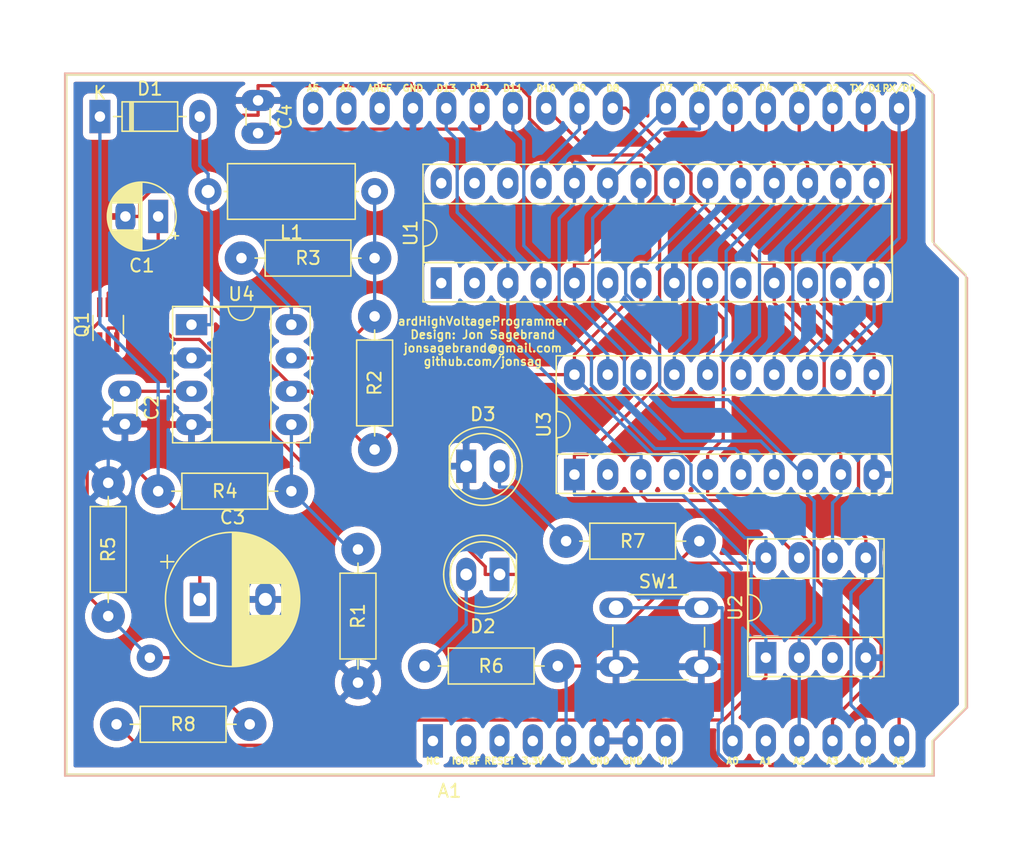
<source format=kicad_pcb>
(kicad_pcb (version 20171130) (host pcbnew 5.1.10-88a1d61d58~90~ubuntu20.04.1)
  (layers (0 F.Cu signal) (31 B.Cu signal) (34 B.Paste user) (35 F.Paste user) (36 B.SilkS user) (37 F.SilkS user) (38 B.Mask user) (39 F.Mask user) (44 Edge.Cuts user))
  (net 0 "")
  (net 1 DATA1)
  (net 2 DATA0)
  (net 3 "Net-(A1-Pad30)")
  (net 4 PAGEL)
  (net 5 XA1)
  (net 6 RDY)
  (net 7 XTAL1)
  (net 8 VCC)
  (net 9 BS1)
  (net 10 ~OE~)
  (net 11 ~GO~)
  (net 12 ~WR~)
  (net 13 12V_EN)
  (net 14 BS2)
  (net 15 "Net-(A1-Pad8)")
  (net 16 XA0)
  (net 17 GND)
  (net 18 DATA7)
  (net 19 DATA6)
  (net 20 DATA5)
  (net 21 "Net-(A1-Pad4)")
  (net 22 DATA4)
  (net 23 "Net-(A1-Pad3)")
  (net 24 DATA3)
  (net 25 "Net-(A1-Pad2)")
  (net 26 DATA2)
  (net 27 "Net-(A1-Pad1)")
  (net 28 "Net-(A1-Pad31)")
  (net 29 "Net-(A1-Pad32)")
  (net 30 +5V)
  (net 31 "Net-(C2-Pad1)")
  (net 32 +12V)
  (net 33 "Net-(D1-Pad2)")
  (net 34 "Net-(D2-Pad2)")
  (net 35 "Net-(D3-Pad2)")
  (net 36 "Net-(L1-Pad1)")
  (net 37 12V_SW)
  (net 38 "Net-(Q1-Pad2)")
  (net 39 "Net-(R1-Pad1)")
  (net 40 "Net-(R3-Pad2)")
  (net 41 ~RESET~)
  (net 42 "Net-(U1-Pad28)")
  (net 43 "Net-(U1-Pad27)")
  (net 44 "Net-(U1-Pad26)")
  (net 45 "Net-(U1-Pad10)")
  (net 46 "Net-(U1-Pad2)")
  (net 47 "Net-(U1-Pad1)")
  (net 48 "Net-(U2-Pad3)")
  (net 49 "Net-(U3-Pad4)")
  (net 50 "Net-(U3-Pad2)")
  (module My_Misc:C_Disc_D3.0mm_W1.6mm_P2.50mm_larg (layer F.Cu) (at 109.855 86.995 270)
    (fp_text reference C2 (at 1.25 -2.05 90) (layer F.SilkS))
    (fp_text value 270p)
    (pad 2 thru_hole oval (at 2.5 0 270) (size 1.6 2.54) (drill 0.8) (layers *.Cu *.Mask) (net 17 GND))
    (pad 1 thru_hole oval (at 0 0 270) (size 1.6 2.54) (drill 0.8) (layers *.Cu *.Mask) (net 31 "Net-(C2-Pad1)"))
  )
  (module My_Misc:C_Disc_D3.0mm_W1.6mm_P2.50mm_larg (layer F.Cu) (at 120.015 64.81 270)
    (fp_text reference C4 (at 1.25 -2.05 90) (layer F.SilkS))
    (fp_text value 100n)
    (pad 2 thru_hole oval (at 2.5 0 270) (size 1.6 2.54) (drill 0.8) (layers *.Cu *.Mask) (net 8 VCC))
    (pad 1 thru_hole oval (at 0 0 270) (size 1.6 2.54) (drill 0.8) (layers *.Cu *.Mask) (net 17 GND))
  )
  (module My_Misc:SW_PUSH_6mm_large (layer F.Cu) (at 147.32 103.505)
    (fp_text reference SW1 (at 3.25 -2) (layer F.SilkS))
    (fp_text value SW_Push)
    (pad 1 thru_hole oval (at 6.5 0 90) (size 1.524 2.54) (drill 1.1) (layers *.Cu *.Mask) (net 11 ~GO~))
    (pad 2 thru_hole oval (at 6.5 4.5 90) (size 1.524 2.54) (drill 1.1) (layers *.Cu *.Mask) (net 17 GND))
    (pad 1 thru_hole oval (at 0 0 90) (size 1.524 2.54) (drill 1.1) (layers *.Cu *.Mask) (net 11 ~GO~))
    (pad 2 thru_hole oval (at 0 4.5 90) (size 1.524 2.54) (drill 1.1) (layers *.Cu *.Mask) (net 17 GND))
  )
  (module Package_DIP:DIP-8_W7.62mm_Socket_LongPads (layer F.Cu) (at 114.935 81.915)
    (fp_text reference U4 (at 3.81 -2.33) (layer F.SilkS))
    (fp_text value MC34063AP)
    (pad 8 thru_hole oval (at 7.62 0) (size 2.4 1.6) (drill 0.8) (layers *.Cu *.Mask) (net 40 "Net-(R3-Pad2)"))
    (pad 4 thru_hole oval (at 0 7.62) (size 2.4 1.6) (drill 0.8) (layers *.Cu *.Mask) (net 17 GND))
    (pad 7 thru_hole oval (at 7.62 2.54) (size 2.4 1.6) (drill 0.8) (layers *.Cu *.Mask) (net 36 "Net-(L1-Pad1)"))
    (pad 3 thru_hole oval (at 0 5.08) (size 2.4 1.6) (drill 0.8) (layers *.Cu *.Mask) (net 31 "Net-(C2-Pad1)"))
    (pad 6 thru_hole oval (at 7.62 5.08) (size 2.4 1.6) (drill 0.8) (layers *.Cu *.Mask) (net 30 +5V))
    (pad 2 thru_hole oval (at 0 2.54) (size 2.4 1.6) (drill 0.8) (layers *.Cu *.Mask) (net 17 GND))
    (pad 5 thru_hole oval (at 7.62 7.62) (size 2.4 1.6) (drill 0.8) (layers *.Cu *.Mask) (net 39 "Net-(R1-Pad1)"))
    (pad 1 thru_hole rect (at 0 0) (size 2.4 1.6) (drill 0.8) (layers *.Cu *.Mask) (net 33 "Net-(D1-Pad2)"))
  )
  (module Package_DIP:DIP-20_W7.62mm_Socket_LongPads (layer F.Cu) (at 144.145 93.345 90)
    (fp_text reference U3 (at 3.81 -2.33 90) (layer F.SilkS))
    (fp_text value ATtiny2313-20PU)
    (pad 20 thru_hole oval (at 7.62 0 90) (size 2.4 1.6) (drill 0.8) (layers *.Cu *.Mask) (net 30 +5V))
    (pad 10 thru_hole oval (at 0 22.86 90) (size 2.4 1.6) (drill 0.8) (layers *.Cu *.Mask) (net 17 GND))
    (pad 19 thru_hole oval (at 7.62 2.54 90) (size 2.4 1.6) (drill 0.8) (layers *.Cu *.Mask) (net 18 DATA7))
    (pad 9 thru_hole oval (at 0 20.32 90) (size 2.4 1.6) (drill 0.8) (layers *.Cu *.Mask) (net 16 XA0))
    (pad 18 thru_hole oval (at 7.62 5.08 90) (size 2.4 1.6) (drill 0.8) (layers *.Cu *.Mask) (net 19 DATA6))
    (pad 8 thru_hole oval (at 0 17.78 90) (size 2.4 1.6) (drill 0.8) (layers *.Cu *.Mask) (net 9 BS1))
    (pad 17 thru_hole oval (at 7.62 7.62 90) (size 2.4 1.6) (drill 0.8) (layers *.Cu *.Mask) (net 20 DATA5))
    (pad 7 thru_hole oval (at 0 15.24 90) (size 2.4 1.6) (drill 0.8) (layers *.Cu *.Mask) (net 12 ~WR~))
    (pad 16 thru_hole oval (at 7.62 10.16 90) (size 2.4 1.6) (drill 0.8) (layers *.Cu *.Mask) (net 22 DATA4))
    (pad 6 thru_hole oval (at 0 12.7 90) (size 2.4 1.6) (drill 0.8) (layers *.Cu *.Mask) (net 10 ~OE~))
    (pad 15 thru_hole oval (at 7.62 12.7 90) (size 2.4 1.6) (drill 0.8) (layers *.Cu *.Mask) (net 24 DATA3))
    (pad 5 thru_hole oval (at 0 10.16 90) (size 2.4 1.6) (drill 0.8) (layers *.Cu *.Mask) (net 7 XTAL1))
    (pad 14 thru_hole oval (at 7.62 15.24 90) (size 2.4 1.6) (drill 0.8) (layers *.Cu *.Mask) (net 26 DATA2))
    (pad 4 thru_hole oval (at 0 7.62 90) (size 2.4 1.6) (drill 0.8) (layers *.Cu *.Mask) (net 49 "Net-(U3-Pad4)"))
    (pad 13 thru_hole oval (at 7.62 17.78 90) (size 2.4 1.6) (drill 0.8) (layers *.Cu *.Mask) (net 1 DATA1))
    (pad 3 thru_hole oval (at 0 5.08 90) (size 2.4 1.6) (drill 0.8) (layers *.Cu *.Mask) (net 6 RDY))
    (pad 12 thru_hole oval (at 7.62 20.32 90) (size 2.4 1.6) (drill 0.8) (layers *.Cu *.Mask) (net 2 DATA0))
    (pad 2 thru_hole oval (at 0 2.54 90) (size 2.4 1.6) (drill 0.8) (layers *.Cu *.Mask) (net 50 "Net-(U3-Pad2)"))
    (pad 11 thru_hole oval (at 7.62 22.86 90) (size 2.4 1.6) (drill 0.8) (layers *.Cu *.Mask) (net 5 XA1))
    (pad 1 thru_hole rect (at 0 0 90) (size 2.4 1.6) (drill 0.8) (layers *.Cu *.Mask) (net 41 ~RESET~))
  )
  (module Package_DIP:DIP-8_W7.62mm_Socket_LongPads (layer F.Cu) (at 158.75 107.315 90)
    (fp_text reference U2 (at 3.81 -2.33 90) (layer F.SilkS))
    (fp_text value ATtiny85-20PU)
    (pad 8 thru_hole oval (at 7.62 0 90) (size 2.4 1.6) (drill 0.8) (layers *.Cu *.Mask) (net 30 +5V))
    (pad 4 thru_hole oval (at 0 7.62 90) (size 2.4 1.6) (drill 0.8) (layers *.Cu *.Mask) (net 17 GND))
    (pad 7 thru_hole oval (at 7.62 2.54 90) (size 2.4 1.6) (drill 0.8) (layers *.Cu *.Mask) (net 6 RDY))
    (pad 3 thru_hole oval (at 0 5.08 90) (size 2.4 1.6) (drill 0.8) (layers *.Cu *.Mask) (net 48 "Net-(U2-Pad3)"))
    (pad 6 thru_hole oval (at 7.62 5.08 90) (size 2.4 1.6) (drill 0.8) (layers *.Cu *.Mask) (net 16 XA0))
    (pad 2 thru_hole oval (at 0 2.54 90) (size 2.4 1.6) (drill 0.8) (layers *.Cu *.Mask) (net 9 BS1))
    (pad 5 thru_hole oval (at 7.62 7.62 90) (size 2.4 1.6) (drill 0.8) (layers *.Cu *.Mask) (net 5 XA1))
    (pad 1 thru_hole rect (at 0 0 90) (size 2.4 1.6) (drill 0.8) (layers *.Cu *.Mask) (net 41 ~RESET~))
  )
  (module Package_DIP:DIP-28_W7.62mm_Socket_LongPads (layer F.Cu) (at 133.985 78.74 90)
    (fp_text reference U1 (at 3.81 -2.33 90) (layer F.SilkS))
    (fp_text value ATmega328P-PU)
    (pad 28 thru_hole oval (at 7.62 0 90) (size 2.4 1.6) (drill 0.8) (layers *.Cu *.Mask) (net 42 "Net-(U1-Pad28)"))
    (pad 14 thru_hole oval (at 0 33.02 90) (size 2.4 1.6) (drill 0.8) (layers *.Cu *.Mask) (net 2 DATA0))
    (pad 27 thru_hole oval (at 7.62 2.54 90) (size 2.4 1.6) (drill 0.8) (layers *.Cu *.Mask) (net 43 "Net-(U1-Pad27)"))
    (pad 13 thru_hole oval (at 0 30.48 90) (size 2.4 1.6) (drill 0.8) (layers *.Cu *.Mask) (net 4 PAGEL))
    (pad 26 thru_hole oval (at 7.62 5.08 90) (size 2.4 1.6) (drill 0.8) (layers *.Cu *.Mask) (net 44 "Net-(U1-Pad26)"))
    (pad 12 thru_hole oval (at 0 27.94 90) (size 2.4 1.6) (drill 0.8) (layers *.Cu *.Mask) (net 5 XA1))
    (pad 25 thru_hole oval (at 7.62 7.62 90) (size 2.4 1.6) (drill 0.8) (layers *.Cu *.Mask) (net 14 BS2))
    (pad 11 thru_hole oval (at 0 25.4 90) (size 2.4 1.6) (drill 0.8) (layers *.Cu *.Mask) (net 16 XA0))
    (pad 24 thru_hole oval (at 7.62 10.16 90) (size 2.4 1.6) (drill 0.8) (layers *.Cu *.Mask) (net 18 DATA7))
    (pad 10 thru_hole oval (at 0 22.86 90) (size 2.4 1.6) (drill 0.8) (layers *.Cu *.Mask) (net 45 "Net-(U1-Pad10)"))
    (pad 23 thru_hole oval (at 7.62 12.7 90) (size 2.4 1.6) (drill 0.8) (layers *.Cu *.Mask) (net 19 DATA6))
    (pad 9 thru_hole oval (at 0 20.32 90) (size 2.4 1.6) (drill 0.8) (layers *.Cu *.Mask) (net 7 XTAL1))
    (pad 22 thru_hole oval (at 7.62 15.24 90) (size 2.4 1.6) (drill 0.8) (layers *.Cu *.Mask) (net 17 GND))
    (pad 8 thru_hole oval (at 0 17.78 90) (size 2.4 1.6) (drill 0.8) (layers *.Cu *.Mask) (net 17 GND))
    (pad 21 thru_hole oval (at 7.62 17.78 90) (size 2.4 1.6) (drill 0.8) (layers *.Cu *.Mask) (net 41 ~RESET~))
    (pad 7 thru_hole oval (at 0 15.24 90) (size 2.4 1.6) (drill 0.8) (layers *.Cu *.Mask) (net 30 +5V))
    (pad 20 thru_hole oval (at 7.62 20.32 90) (size 2.4 1.6) (drill 0.8) (layers *.Cu *.Mask) (net 30 +5V))
    (pad 6 thru_hole oval (at 0 12.7 90) (size 2.4 1.6) (drill 0.8) (layers *.Cu *.Mask) (net 9 BS1))
    (pad 19 thru_hole oval (at 7.62 22.86 90) (size 2.4 1.6) (drill 0.8) (layers *.Cu *.Mask) (net 20 DATA5))
    (pad 5 thru_hole oval (at 0 10.16 90) (size 2.4 1.6) (drill 0.8) (layers *.Cu *.Mask) (net 12 ~WR~))
    (pad 18 thru_hole oval (at 7.62 25.4 90) (size 2.4 1.6) (drill 0.8) (layers *.Cu *.Mask) (net 22 DATA4))
    (pad 4 thru_hole oval (at 0 7.62 90) (size 2.4 1.6) (drill 0.8) (layers *.Cu *.Mask) (net 10 ~OE~))
    (pad 17 thru_hole oval (at 7.62 27.94 90) (size 2.4 1.6) (drill 0.8) (layers *.Cu *.Mask) (net 24 DATA3))
    (pad 3 thru_hole oval (at 0 5.08 90) (size 2.4 1.6) (drill 0.8) (layers *.Cu *.Mask) (net 6 RDY))
    (pad 16 thru_hole oval (at 7.62 30.48 90) (size 2.4 1.6) (drill 0.8) (layers *.Cu *.Mask) (net 26 DATA2))
    (pad 2 thru_hole oval (at 0 2.54 90) (size 2.4 1.6) (drill 0.8) (layers *.Cu *.Mask) (net 46 "Net-(U1-Pad2)"))
    (pad 15 thru_hole oval (at 7.62 33.02 90) (size 2.4 1.6) (drill 0.8) (layers *.Cu *.Mask) (net 1 DATA1))
    (pad 1 thru_hole rect (at 0 0 90) (size 2.4 1.6) (drill 0.8) (layers *.Cu *.Mask) (net 47 "Net-(U1-Pad1)"))
  )
  (module My_Misc:Single_solder_pad (layer F.Cu) (at 111.76 107.315)
    (fp_text reference TP1 hide)
    (fp_text value TestPoint hide)
    (pad 1 thru_hole circle (at 0 0) (size 1.99898 1.99898) (drill 0.8001) (layers *.Cu *.Mask) (net 37 12V_SW))
  )
  (module My_Misc:R_Axial_DIN0207_L6.3mm_D2.5mm_P10.16mm_Horizontal_larger_pads (layer F.Cu) (at 109.22 112.395)
    (fp_text reference R8 (at 5.08 0) (layer F.SilkS))
    (fp_text value 100R hide)
    (pad 2 thru_hole circle (at 10.16 0) (size 2.54 2.54) (drill 0.8) (layers *.Cu *.Mask) (net 37 12V_SW))
    (pad 1 thru_hole circle (at 0 0) (size 2.54 2.54) (drill 0.8) (layers *.Cu *.Mask) (net 41 ~RESET~))
  )
  (module My_Misc:R_Axial_DIN0207_L6.3mm_D2.5mm_P10.16mm_Horizontal_larger_pads (layer F.Cu) (at 153.67 98.425 180)
    (fp_text reference R7 (at 5.08 0) (layer F.SilkS))
    (fp_text value 330R hide)
    (pad 2 thru_hole circle (at 10.16 0 180) (size 2.54 2.54) (drill 0.8) (layers *.Cu *.Mask) (net 35 "Net-(D3-Pad2)"))
    (pad 1 thru_hole circle (at 0 0 180) (size 2.54 2.54) (drill 0.8) (layers *.Cu *.Mask) (net 13 12V_EN))
  )
  (module My_Misc:R_Axial_DIN0207_L6.3mm_D2.5mm_P10.16mm_Horizontal_larger_pads (layer F.Cu) (at 142.875 107.95 180)
    (fp_text reference R6 (at 5.08 0) (layer F.SilkS))
    (fp_text value 330R hide)
    (pad 2 thru_hole circle (at 10.16 0 180) (size 2.54 2.54) (drill 0.8) (layers *.Cu *.Mask) (net 34 "Net-(D2-Pad2)"))
    (pad 1 thru_hole circle (at 0 0 180) (size 2.54 2.54) (drill 0.8) (layers *.Cu *.Mask) (net 30 +5V))
  )
  (module My_Misc:R_Axial_DIN0207_L6.3mm_D2.5mm_P10.16mm_Horizontal_larger_pads (layer F.Cu) (at 108.585 104.14 90)
    (fp_text reference R5 (at 5.08 0 90) (layer F.SilkS))
    (fp_text value 1k hide)
    (pad 2 thru_hole circle (at 10.16 0 90) (size 2.54 2.54) (drill 0.8) (layers *.Cu *.Mask) (net 17 GND))
    (pad 1 thru_hole circle (at 0 0 90) (size 2.54 2.54) (drill 0.8) (layers *.Cu *.Mask) (net 37 12V_SW))
  )
  (module My_Misc:R_Axial_DIN0207_L6.3mm_D2.5mm_P10.16mm_Horizontal_larger_pads (layer F.Cu) (at 112.395 94.615)
    (fp_text reference R4 (at 5.08 0) (layer F.SilkS))
    (fp_text value 13k hide)
    (pad 2 thru_hole circle (at 10.16 0) (size 2.54 2.54) (drill 0.8) (layers *.Cu *.Mask) (net 39 "Net-(R1-Pad1)"))
    (pad 1 thru_hole circle (at 0 0) (size 2.54 2.54) (drill 0.8) (layers *.Cu *.Mask) (net 32 +12V))
  )
  (module My_Misc:R_Axial_DIN0207_L6.3mm_D2.5mm_P10.16mm_Horizontal_larger_pads (layer F.Cu) (at 128.905 76.835 180)
    (fp_text reference R3 (at 5.08 0) (layer F.SilkS))
    (fp_text value 180R hide)
    (pad 2 thru_hole circle (at 10.16 0 180) (size 2.54 2.54) (drill 0.8) (layers *.Cu *.Mask) (net 40 "Net-(R3-Pad2)"))
    (pad 1 thru_hole circle (at 0 0 180) (size 2.54 2.54) (drill 0.8) (layers *.Cu *.Mask) (net 36 "Net-(L1-Pad1)"))
  )
  (module My_Misc:R_Axial_DIN0207_L6.3mm_D2.5mm_P10.16mm_Horizontal_larger_pads (layer F.Cu) (at 128.905 91.44 90)
    (fp_text reference R2 (at 5.08 0 90) (layer F.SilkS))
    (fp_text value 0.5R hide)
    (pad 2 thru_hole circle (at 10.16 0 90) (size 2.54 2.54) (drill 0.8) (layers *.Cu *.Mask) (net 36 "Net-(L1-Pad1)"))
    (pad 1 thru_hole circle (at 0 0 90) (size 2.54 2.54) (drill 0.8) (layers *.Cu *.Mask) (net 30 +5V))
  )
  (module My_Misc:R_Axial_DIN0207_L6.3mm_D2.5mm_P10.16mm_Horizontal_larger_pads (layer F.Cu) (at 127.635 99.06 270)
    (fp_text reference R1 (at 5.08 0 90) (layer F.SilkS))
    (fp_text value 1.5k hide)
    (pad 2 thru_hole circle (at 10.16 0 270) (size 2.54 2.54) (drill 0.8) (layers *.Cu *.Mask) (net 17 GND))
    (pad 1 thru_hole circle (at 0 0 270) (size 2.54 2.54) (drill 0.8) (layers *.Cu *.Mask) (net 39 "Net-(R1-Pad1)"))
  )
  (module Package_TO_SOT_SMD:SOT-363_SC-70-6_Handsoldering (layer F.Cu) (at 108.585 81.915 90)
    (fp_text reference Q1 (at 0 -2 90) (layer F.SilkS))
    (fp_text value MUN5311DW1T1G)
    (pad 6 smd rect (at 1.33 -0.65 90) (size 1.5 0.4) (layers F.Cu F.Paste F.Mask) (net 37 12V_SW))
    (pad 5 smd rect (at 1.33 0 90) (size 1.5 0.4) (layers F.Cu F.Paste F.Mask) (net 13 12V_EN))
    (pad 4 smd rect (at 1.33 0.65 90) (size 1.5 0.4) (layers F.Cu F.Paste F.Mask) (net 17 GND))
    (pad 3 smd rect (at -1.33 0.65 90) (size 1.5 0.4) (layers F.Cu F.Paste F.Mask) (net 38 "Net-(Q1-Pad2)"))
    (pad 2 smd rect (at -1.33 0 90) (size 1.5 0.4) (layers F.Cu F.Paste F.Mask) (net 38 "Net-(Q1-Pad2)"))
    (pad 1 smd rect (at -1.33 -0.65 90) (size 1.5 0.4) (layers F.Cu F.Paste F.Mask) (net 32 +12V))
  )
  (module My_Misc:L_Axial_L9.5mm_D4.0mm_P12.70mm_Horizontal_Fastron_SMCC_large (layer F.Cu) (at 128.905 71.755 180)
    (fp_text reference L1 (at 6.35 -3.12) (layer F.SilkS))
    (fp_text value 47u)
    (pad 2 thru_hole oval (at 12.7 0 180) (size 2.032 2.032) (drill 1) (layers *.Cu *.Mask) (net 33 "Net-(D1-Pad2)"))
    (pad 1 thru_hole oval (at 0 0 180) (size 2.032 2.032) (drill 1) (layers *.Cu *.Mask) (net 36 "Net-(L1-Pad1)"))
  )
  (module My_Misc:LED_D5.0mm_larger_pads (layer F.Cu) (at 135.89 92.71)
    (fp_text reference D3 (at 1.27 -3.96) (layer F.SilkS))
    (fp_text value BURN hide)
    (pad 2 thru_hole oval (at 2.54 0) (size 1.524 2.54) (drill 0.9) (layers *.Cu *.Mask) (net 35 "Net-(D3-Pad2)"))
    (pad 1 thru_hole rect (at 0 0) (size 1.524 2.54) (drill 0.9) (layers *.Cu *.Mask) (net 17 GND))
  )
  (module My_Misc:LED_D5.0mm_larger_pads (layer F.Cu) (at 138.43 100.965 180)
    (fp_text reference D2 (at 1.27 -3.96) (layer F.SilkS))
    (fp_text value READY hide)
    (pad 2 thru_hole oval (at 2.54 0 180) (size 1.524 2.54) (drill 0.9) (layers *.Cu *.Mask) (net 34 "Net-(D2-Pad2)"))
    (pad 1 thru_hole rect (at 0 0 180) (size 1.524 2.54) (drill 0.9) (layers *.Cu *.Mask) (net 13 12V_EN))
  )
  (module My_Misc:D_DO-35_SOD27_P7.62mm_Horizontal_large (layer F.Cu) (at 107.95 66.04)
    (fp_text reference D1 (at 3.81 -2.12) (layer F.SilkS))
    (fp_text value 1N5819)
    (fp_text user K (at 0 -1.8) (layer F.SilkS))
    (pad 2 thru_hole oval (at 7.62 0) (size 1.6 2.54) (drill 0.8) (layers *.Cu *.Mask) (net 33 "Net-(D1-Pad2)"))
    (pad 1 thru_hole rect (at 0 0) (size 1.6 2.54) (drill 0.8) (layers *.Cu *.Mask) (net 32 +12V))
  )
  (module My_Misc:CP_Radial_D10.0mm_P5.00mm_larger (layer F.Cu) (at 115.57 102.87)
    (fp_text reference C3 (at 2.5 -6.25) (layer F.SilkS))
    (fp_text value 330u)
    (pad 2 thru_hole oval (at 5 0) (size 1.524 2.54) (drill 1) (layers *.Cu *.Mask) (net 17 GND))
    (pad 1 thru_hole rect (at 0 0) (size 1.524 2.54) (drill 1) (layers *.Cu *.Mask) (net 32 +12V))
  )
  (module My_Misc:CP_Radial_D5.0mm_P2.50mm_larger_pads (layer F.Cu) (at 112.395 73.66 180)
    (fp_text reference C1 (at 1.25 -3.75) (layer F.SilkS))
    (fp_text value 100u hide)
    (pad 2 thru_hole oval (at 2.5 0 180) (size 1.524 2.54) (drill 0.8) (layers *.Cu *.Mask) (net 17 GND))
    (pad 1 thru_hole rect (at 0 0 180) (size 1.524 2.54) (drill 0.8) (layers *.Cu *.Mask) (net 30 +5V))
  )
  (module My_Arduino:Arduino_UNO_R3_shield_larger_pads (layer F.Cu) (at 133.35 113.665)
    (fp_text reference A1 (at 1.27 3.81 180) (layer F.SilkS))
    (fp_text value Arduino_UNO_R3)
    (fp_text user A5 (at -9.144 -49.784) (layer F.SilkS) (effects (font (size 0.508 0.508) (thickness 0.127))))
    (fp_text user A4 (at -6.604 -49.784) (layer F.SilkS) (effects (font (size 0.508 0.508) (thickness 0.127))))
    (fp_text user AREF (at -4.064 -49.784) (layer F.SilkS) (effects (font (size 0.508 0.508) (thickness 0.127))))
    (fp_text user GND (at -1.524 -49.784) (layer F.SilkS) (effects (font (size 0.508 0.508) (thickness 0.127))))
    (fp_text user D13 (at 1.016 -49.784) (layer F.SilkS) (effects (font (size 0.508 0.508) (thickness 0.127))))
    (fp_text user D12 (at 3.556 -49.784) (layer F.SilkS) (effects (font (size 0.508 0.508) (thickness 0.127))))
    (fp_text user D11 (at 6.096 -49.784) (layer F.SilkS) (effects (font (size 0.508 0.508) (thickness 0.127))))
    (fp_text user D10 (at 8.636 -49.784) (layer F.SilkS) (effects (font (size 0.508 0.508) (thickness 0.127))))
    (fp_text user D9 (at 11.176 -49.784) (layer F.SilkS) (effects (font (size 0.508 0.508) (thickness 0.127))))
    (fp_text user D8 (at 13.716 -49.784) (layer F.SilkS) (effects (font (size 0.508 0.508) (thickness 0.127))))
    (fp_text user D7 (at 17.78 -49.784) (layer F.SilkS) (effects (font (size 0.508 0.508) (thickness 0.127))))
    (fp_text user D6 (at 20.32 -49.784) (layer F.SilkS) (effects (font (size 0.508 0.508) (thickness 0.127))))
    (fp_text user D5 (at 22.86 -49.784) (layer F.SilkS) (effects (font (size 0.508 0.508) (thickness 0.127))))
    (fp_text user D4 (at 25.4 -49.784) (layer F.SilkS) (effects (font (size 0.508 0.508) (thickness 0.127))))
    (fp_text user D3 (at 27.94 -49.784) (layer F.SilkS) (effects (font (size 0.508 0.508) (thickness 0.127))))
    (fp_text user D2 (at 30.48 -49.784) (layer F.SilkS) (effects (font (size 0.508 0.508) (thickness 0.127))))
    (fp_text user TX/D1 (at 33.02 -49.784) (layer F.SilkS) (effects (font (size 0.508 0.508) (thickness 0.127))))
    (fp_text user RX/D0 (at 35.56 -49.784) (layer F.SilkS) (effects (font (size 0.508 0.508) (thickness 0.127))))
    (fp_text user A5 (at 35.56 1.524) (layer F.SilkS) (effects (font (size 0.508 0.508) (thickness 0.127))))
    (fp_text user A4 (at 33.02 1.524) (layer F.SilkS) (effects (font (size 0.508 0.508) (thickness 0.127))))
    (fp_text user A3 (at 30.48 1.524) (layer F.SilkS) (effects (font (size 0.508 0.508) (thickness 0.127))))
    (fp_text user A2 (at 27.94 1.524) (layer F.SilkS) (effects (font (size 0.508 0.508) (thickness 0.127))))
    (fp_text user A1 (at 25.4 1.524) (layer F.SilkS) (effects (font (size 0.508 0.508) (thickness 0.127))))
    (fp_text user A0 (at 22.86 1.524) (layer F.SilkS) (effects (font (size 0.508 0.508) (thickness 0.127))))
    (fp_text user Vin (at 17.78 1.524) (layer F.SilkS) (effects (font (size 0.508 0.508) (thickness 0.127))))
    (fp_text user GND (at 15.24 1.524) (layer F.SilkS) (effects (font (size 0.508 0.508) (thickness 0.127))))
    (fp_text user GND (at 12.7 1.524) (layer F.SilkS) (effects (font (size 0.508 0.508) (thickness 0.127))))
    (fp_text user RESET (at 5.08 1.524) (layer F.SilkS) (effects (font (size 0.508 0.508) (thickness 0.127))))
    (fp_text user 5V (at 10.16 1.524) (layer F.SilkS) (effects (font (size 0.508 0.508) (thickness 0.127))))
    (fp_text user 3.3V (at 7.62 1.524) (layer F.SilkS) (effects (font (size 0.508 0.508) (thickness 0.127))))
    (fp_text user IOREF (at 2.54 1.524) (layer F.SilkS) (effects (font (size 0.508 0.508) (thickness 0.127))))
    (fp_text user NC (at 0 1.524) (layer F.SilkS) (effects (font (size 0.508 0.508) (thickness 0.127))))
    (pad 16 thru_hole oval (at 33.02 -48.26 270) (size 2.54 1.524) (drill 0.8) (layers *.Cu *.Mask) (net 1 DATA1))
    (pad 15 thru_hole oval (at 35.56 -48.26 270) (size 2.54 1.524) (drill 0.8) (layers *.Cu *.Mask) (net 2 DATA0))
    (pad 30 thru_hole oval (at -4.06 -48.26 270) (size 2.54 1.524) (drill 0.8) (layers *.Cu *.Mask) (net 3 "Net-(A1-Pad30)"))
    (pad 14 thru_hole oval (at 35.56 0 270) (size 2.54 1.524) (drill 0.8) (layers *.Cu *.Mask) (net 4 PAGEL))
    (pad 29 thru_hole oval (at -1.52 -48.26 270) (size 2.54 1.524) (drill 0.8) (layers *.Cu *.Mask) (net 17 GND))
    (pad 13 thru_hole oval (at 33.02 0 270) (size 2.54 1.524) (drill 0.8) (layers *.Cu *.Mask) (net 5 XA1))
    (pad 28 thru_hole oval (at 1.02 -48.26 270) (size 2.54 1.524) (drill 0.8) (layers *.Cu *.Mask) (net 6 RDY))
    (pad 12 thru_hole oval (at 30.48 0 270) (size 2.54 1.524) (drill 0.8) (layers *.Cu *.Mask) (net 7 XTAL1))
    (pad 27 thru_hole oval (at 3.56 -48.26 270) (size 2.54 1.524) (drill 0.8) (layers *.Cu *.Mask) (net 8 VCC))
    (pad 11 thru_hole oval (at 27.94 0 270) (size 2.54 1.524) (drill 0.8) (layers *.Cu *.Mask) (net 9 BS1))
    (pad 26 thru_hole oval (at 6.1 -48.26 270) (size 2.54 1.524) (drill 0.8) (layers *.Cu *.Mask) (net 10 ~OE~))
    (pad 10 thru_hole oval (at 25.4 0 270) (size 2.54 1.524) (drill 0.8) (layers *.Cu *.Mask) (net 11 ~GO~))
    (pad 25 thru_hole oval (at 8.64 -48.26 270) (size 2.54 1.524) (drill 0.8) (layers *.Cu *.Mask) (net 12 ~WR~))
    (pad 9 thru_hole oval (at 22.86 0 270) (size 2.54 1.524) (drill 0.8) (layers *.Cu *.Mask) (net 13 12V_EN))
    (pad 24 thru_hole oval (at 11.18 -48.26 270) (size 2.54 1.524) (drill 0.8) (layers *.Cu *.Mask) (net 14 BS2))
    (pad 8 thru_hole oval (at 17.78 0 270) (size 2.54 1.524) (drill 0.8) (layers *.Cu *.Mask) (net 15 "Net-(A1-Pad8)"))
    (pad 23 thru_hole oval (at 13.72 -48.26 270) (size 2.54 1.524) (drill 0.8) (layers *.Cu *.Mask) (net 16 XA0))
    (pad 7 thru_hole oval (at 15.24 0 270) (size 2.54 1.524) (drill 0.8) (layers *.Cu *.Mask) (net 17 GND))
    (pad 22 thru_hole oval (at 17.78 -48.26 270) (size 2.54 1.524) (drill 0.8) (layers *.Cu *.Mask) (net 18 DATA7))
    (pad 6 thru_hole oval (at 12.7 0 270) (size 2.54 1.524) (drill 0.8) (layers *.Cu *.Mask) (net 17 GND))
    (pad 21 thru_hole oval (at 20.32 -48.26 270) (size 2.54 1.524) (drill 0.8) (layers *.Cu *.Mask) (net 19 DATA6))
    (pad 5 thru_hole oval (at 10.16 0 270) (size 2.54 1.524) (drill 0.8) (layers *.Cu *.Mask) (net 30 +5V))
    (pad 20 thru_hole oval (at 22.86 -48.26 270) (size 2.54 1.524) (drill 0.8) (layers *.Cu *.Mask) (net 20 DATA5))
    (pad 4 thru_hole oval (at 7.62 0 270) (size 2.54 1.524) (drill 0.8) (layers *.Cu *.Mask) (net 21 "Net-(A1-Pad4)"))
    (pad 19 thru_hole oval (at 25.4 -48.26 270) (size 2.54 1.524) (drill 0.8) (layers *.Cu *.Mask) (net 22 DATA4))
    (pad 3 thru_hole oval (at 5.08 0 270) (size 2.54 1.524) (drill 0.8) (layers *.Cu *.Mask) (net 23 "Net-(A1-Pad3)"))
    (pad 18 thru_hole oval (at 27.94 -48.26 270) (size 2.54 1.524) (drill 0.8) (layers *.Cu *.Mask) (net 24 DATA3))
    (pad 2 thru_hole oval (at 2.54 0 270) (size 2.54 1.524) (drill 0.8) (layers *.Cu *.Mask) (net 25 "Net-(A1-Pad2)"))
    (pad 17 thru_hole oval (at 30.48 -48.26 270) (size 2.54 1.524) (drill 0.8) (layers *.Cu *.Mask) (net 26 DATA2))
    (pad 1 thru_hole rect (at 0 0 270) (size 2.54 1.524) (drill 0.8) (layers *.Cu *.Mask) (net 27 "Net-(A1-Pad1)"))
    (pad 31 thru_hole oval (at -6.6 -48.26 270) (size 2.54 1.524) (drill 0.8) (layers *.Cu *.Mask) (net 28 "Net-(A1-Pad31)"))
    (pad 32 thru_hole oval (at -9.14 -48.26 270) (size 2.54 1.524) (drill 0.8) (layers *.Cu *.Mask) (net 29 "Net-(A1-Pad32)"))
  )
  (gr_text "ardHighVoltageProgrammer\nDesign: Jon Sagebrand\njonsagebrand@gmail.com\ngithub.com/jonsag" (at 137.16 83.185) (layer F.SilkS) (effects (font (size 0.635 0.635) (thickness 0.127))))
  (gr_line (start 169.545 62.865) (end 105.41 62.865) (layer Edge.Cuts) (width 0.05))
  (gr_line (start 171.45 64.135) (end 169.545 62.865) (layer Edge.Cuts) (width 0.05))
  (gr_line (start 171.45 75.565) (end 171.45 64.135) (layer Edge.Cuts) (width 0.05))
  (gr_line (start 173.99 78.105) (end 171.45 75.565) (layer Edge.Cuts) (width 0.05))
  (gr_line (start 173.99 111.125) (end 173.99 78.105) (layer Edge.Cuts) (width 0.05))
  (gr_line (start 171.45 113.665) (end 173.99 111.125) (layer Edge.Cuts) (width 0.05))
  (gr_line (start 171.45 116.205) (end 171.45 113.665) (layer Edge.Cuts) (width 0.05))
  (gr_line (start 105.41 116.205) (end 171.45 116.205) (layer Edge.Cuts) (width 0.05))
  (gr_line (start 105.41 62.865) (end 105.41 116.205) (layer Edge.Cuts) (width 0.05))
  (segment (start 161.925 85.725) (end 161.925 84.1997) (width 0.25) (layer B.Cu) (net 1))
  (segment (start 167.005 71.12) (end 167.005 72.6453) (width 0.25) (layer B.Cu) (net 1))
  (segment (start 167.005 72.6453) (end 163.195 76.4553) (width 0.25) (layer B.Cu) (net 1))
  (segment (start 163.195 76.4553) (end 163.195 82.9297) (width 0.25) (layer B.Cu) (net 1))
  (segment (start 163.195 82.9297) (end 161.925 84.1997) (width 0.25) (layer B.Cu) (net 1))
  (segment (start 167.005 71.12) (end 167.005 69.5947) (width 0.25) (layer F.Cu) (net 1))
  (segment (start 166.37 65.405) (end 166.37 68.9597) (width 0.25) (layer F.Cu) (net 1))
  (segment (start 166.37 68.9597) (end 167.005 69.5947) (width 0.25) (layer F.Cu) (net 1))
  (segment (start 167.005 78.74) (end 167.005 77.2147) (width 0.25) (layer B.Cu) (net 2))
  (segment (start 168.91 65.405) (end 168.91 75.3097) (width 0.25) (layer B.Cu) (net 2))
  (segment (start 168.91 75.3097) (end 167.005 77.2147) (width 0.25) (layer B.Cu) (net 2))
  (segment (start 164.465 85.725) (end 164.465 84.1997) (width 0.25) (layer B.Cu) (net 2))
  (segment (start 167.005 78.74) (end 167.005 81.6597) (width 0.25) (layer B.Cu) (net 2))
  (segment (start 167.005 81.6597) (end 164.465 84.1997) (width 0.25) (layer B.Cu) (net 2))
  (segment (start 164.465 78.74) (end 164.465 80.2653) (width 0.25) (layer F.Cu) (net 4))
  (segment (start 168.91 113.665) (end 168.91 84.7103) (width 0.25) (layer F.Cu) (net 4))
  (segment (start 168.91 84.7103) (end 164.465 80.2653) (width 0.25) (layer F.Cu) (net 4))
  (segment (start 166.37 99.695) (end 166.37 101.2203) (width 0.25) (layer B.Cu) (net 5))
  (segment (start 166.37 113.665) (end 166.37 112.0697) (width 0.25) (layer B.Cu) (net 5))
  (segment (start 166.37 112.0697) (end 165.2375 110.9372) (width 0.25) (layer B.Cu) (net 5))
  (segment (start 165.2375 110.9372) (end 165.2375 102.3528) (width 0.25) (layer B.Cu) (net 5))
  (segment (start 165.2375 102.3528) (end 166.37 101.2203) (width 0.25) (layer B.Cu) (net 5))
  (segment (start 167.005 85.725) (end 167.005 87.2503) (width 0.25) (layer F.Cu) (net 5))
  (segment (start 166.37 99.695) (end 166.37 98.1697) (width 0.25) (layer F.Cu) (net 5))
  (segment (start 166.37 98.1697) (end 165.8145 97.6142) (width 0.25) (layer F.Cu) (net 5))
  (segment (start 165.8145 97.6142) (end 165.8145 88.4408) (width 0.25) (layer F.Cu) (net 5))
  (segment (start 165.8145 88.4408) (end 167.005 87.2503) (width 0.25) (layer F.Cu) (net 5))
  (segment (start 167.005 85.725) (end 167.005 84.1997) (width 0.25) (layer F.Cu) (net 5))
  (segment (start 161.925 78.74) (end 161.925 80.2653) (width 0.25) (layer F.Cu) (net 5))
  (segment (start 161.925 80.2653) (end 165.8594 84.1997) (width 0.25) (layer F.Cu) (net 5))
  (segment (start 165.8594 84.1997) (end 167.005 84.1997) (width 0.25) (layer F.Cu) (net 5))
  (segment (start 149.225 93.345) (end 149.225 94.8703) (width 0.25) (layer F.Cu) (net 6))
  (segment (start 149.225 94.8703) (end 149.6754 95.3207) (width 0.25) (layer F.Cu) (net 6))
  (segment (start 149.6754 95.3207) (end 156.9157 95.3207) (width 0.25) (layer F.Cu) (net 6))
  (segment (start 156.9157 95.3207) (end 161.29 99.695) (width 0.25) (layer F.Cu) (net 6))
  (segment (start 139.065 78.74) (end 139.065 77.2147) (width 0.25) (layer B.Cu) (net 6))
  (segment (start 134.37 65.405) (end 134.37 67.0003) (width 0.25) (layer B.Cu) (net 6))
  (segment (start 134.37 67.0003) (end 135.2034 67.8337) (width 0.25) (layer B.Cu) (net 6))
  (segment (start 135.2034 67.8337) (end 135.2034 73.3531) (width 0.25) (layer B.Cu) (net 6))
  (segment (start 135.2034 73.3531) (end 139.065 77.2147) (width 0.25) (layer B.Cu) (net 6))
  (segment (start 149.225 93.345) (end 149.225 91.8197) (width 0.25) (layer B.Cu) (net 6))
  (segment (start 139.065 78.74) (end 139.065 82.7083) (width 0.25) (layer B.Cu) (net 6))
  (segment (start 139.065 82.7083) (end 148.1764 91.8197) (width 0.25) (layer B.Cu) (net 6))
  (segment (start 148.1764 91.8197) (end 149.225 91.8197) (width 0.25) (layer B.Cu) (net 6))
  (segment (start 154.305 93.345) (end 154.305 94.8703) (width 0.25) (layer F.Cu) (net 7))
  (segment (start 163.83 113.665) (end 163.83 112.0697) (width 0.25) (layer F.Cu) (net 7))
  (segment (start 163.83 112.0697) (end 167.536 108.3637) (width 0.25) (layer F.Cu) (net 7))
  (segment (start 167.536 108.3637) (end 167.536 106.2865) (width 0.25) (layer F.Cu) (net 7))
  (segment (start 167.536 106.2865) (end 162.7046 101.4551) (width 0.25) (layer F.Cu) (net 7))
  (segment (start 162.7046 101.4551) (end 162.7046 99.1041) (width 0.25) (layer F.Cu) (net 7))
  (segment (start 162.7046 99.1041) (end 158.4708 94.8703) (width 0.25) (layer F.Cu) (net 7))
  (segment (start 158.4708 94.8703) (end 154.305 94.8703) (width 0.25) (layer F.Cu) (net 7))
  (segment (start 154.305 93.345) (end 154.305 91.8197) (width 0.25) (layer F.Cu) (net 7))
  (segment (start 154.305 78.74) (end 154.305 80.2653) (width 0.25) (layer F.Cu) (net 7))
  (segment (start 154.305 80.2653) (end 155.4955 81.4558) (width 0.25) (layer F.Cu) (net 7))
  (segment (start 155.4955 81.4558) (end 155.4955 90.6292) (width 0.25) (layer F.Cu) (net 7))
  (segment (start 155.4955 90.6292) (end 154.305 91.8197) (width 0.25) (layer F.Cu) (net 7))
  (segment (start 120.015 67.31) (end 121.6103 67.31) (width 0.25) (layer F.Cu) (net 8))
  (segment (start 136.91 65.405) (end 136.91 67.0003) (width 0.25) (layer F.Cu) (net 8))
  (segment (start 136.91 67.0003) (end 121.92 67.0003) (width 0.25) (layer F.Cu) (net 8))
  (segment (start 121.92 67.0003) (end 121.6103 67.31) (width 0.25) (layer F.Cu) (net 8))
  (segment (start 146.685 78.74) (end 146.685 80.2653) (width 0.25) (layer B.Cu) (net 9))
  (segment (start 161.925 93.6932) (end 155.8629 87.6311) (width 0.25) (layer B.Cu) (net 9))
  (segment (start 155.8629 87.6311) (end 151.6495 87.6311) (width 0.25) (layer B.Cu) (net 9))
  (segment (start 151.6495 87.6311) (end 150.6396 86.6212) (width 0.25) (layer B.Cu) (net 9))
  (segment (start 150.6396 86.6212) (end 150.6396 84.2199) (width 0.25) (layer B.Cu) (net 9))
  (segment (start 150.6396 84.2199) (end 146.685 80.2653) (width 0.25) (layer B.Cu) (net 9))
  (segment (start 161.925 93.6932) (end 161.925 94.8703) (width 0.25) (layer B.Cu) (net 9))
  (segment (start 161.925 93.345) (end 161.925 93.6932) (width 0.25) (layer B.Cu) (net 9))
  (segment (start 161.29 107.315) (end 161.29 105.7897) (width 0.25) (layer B.Cu) (net 9))
  (segment (start 161.29 105.7897) (end 162.429 104.6507) (width 0.25) (layer B.Cu) (net 9))
  (segment (start 162.429 104.6507) (end 162.429 95.3743) (width 0.25) (layer B.Cu) (net 9))
  (segment (start 162.429 95.3743) (end 161.925 94.8703) (width 0.25) (layer B.Cu) (net 9))
  (segment (start 161.29 113.665) (end 161.29 107.315) (width 0.25) (layer B.Cu) (net 9))
  (segment (start 141.605 78.74) (end 141.605 77.2147) (width 0.25) (layer B.Cu) (net 10))
  (segment (start 139.45 65.405) (end 139.45 67.0003) (width 0.25) (layer B.Cu) (net 10))
  (segment (start 139.45 67.0003) (end 140.2834 67.8337) (width 0.25) (layer B.Cu) (net 10))
  (segment (start 140.2834 67.8337) (end 140.2834 75.8931) (width 0.25) (layer B.Cu) (net 10))
  (segment (start 140.2834 75.8931) (end 141.605 77.2147) (width 0.25) (layer B.Cu) (net 10))
  (segment (start 156.845 91.8197) (end 156.3947 91.3694) (width 0.25) (layer B.Cu) (net 10))
  (segment (start 156.3947 91.3694) (end 150.2893 91.3694) (width 0.25) (layer B.Cu) (net 10))
  (segment (start 150.2893 91.3694) (end 145.4411 86.5212) (width 0.25) (layer B.Cu) (net 10))
  (segment (start 145.4411 86.5212) (end 145.4411 84.1014) (width 0.25) (layer B.Cu) (net 10))
  (segment (start 145.4411 84.1014) (end 141.605 80.2653) (width 0.25) (layer B.Cu) (net 10))
  (segment (start 141.605 78.74) (end 141.605 80.2653) (width 0.25) (layer B.Cu) (net 10))
  (segment (start 156.845 93.345) (end 156.845 91.8197) (width 0.25) (layer B.Cu) (net 10))
  (segment (start 147.32 103.505) (end 153.82 103.505) (width 0.25) (layer B.Cu) (net 11))
  (segment (start 153.82 103.505) (end 155.4153 103.505) (width 0.25) (layer B.Cu) (net 11))
  (segment (start 158.75 113.665) (end 158.75 115.2603) (width 0.25) (layer B.Cu) (net 11))
  (segment (start 158.75 115.2603) (end 155.7529 115.2603) (width 0.25) (layer B.Cu) (net 11))
  (segment (start 155.7529 115.2603) (end 155.1137 114.6211) (width 0.25) (layer B.Cu) (net 11))
  (segment (start 155.1137 114.6211) (end 155.1137 112.3713) (width 0.25) (layer B.Cu) (net 11))
  (segment (start 155.1137 112.3713) (end 155.4153 112.0697) (width 0.25) (layer B.Cu) (net 11))
  (segment (start 155.4153 112.0697) (end 155.4153 103.505) (width 0.25) (layer B.Cu) (net 11))
  (segment (start 144.145 80.2653) (end 147.955 84.0753) (width 0.25) (layer B.Cu) (net 12))
  (segment (start 147.955 84.0753) (end 147.955 86.462) (width 0.25) (layer B.Cu) (net 12))
  (segment (start 147.955 86.462) (end 152.2831 90.7901) (width 0.25) (layer B.Cu) (net 12))
  (segment (start 152.2831 90.7901) (end 158.3554 90.7901) (width 0.25) (layer B.Cu) (net 12))
  (segment (start 158.3554 90.7901) (end 159.385 91.8197) (width 0.25) (layer B.Cu) (net 12))
  (segment (start 159.385 93.345) (end 159.385 91.8197) (width 0.25) (layer B.Cu) (net 12))
  (segment (start 144.145 78.74) (end 144.145 80.2653) (width 0.25) (layer B.Cu) (net 12))
  (segment (start 144.145 78.74) (end 144.145 77.2147) (width 0.25) (layer F.Cu) (net 12))
  (segment (start 141.99 65.405) (end 145.558 68.973) (width 0.25) (layer F.Cu) (net 12))
  (segment (start 145.558 68.973) (end 149.2782 68.973) (width 0.25) (layer F.Cu) (net 12))
  (segment (start 149.2782 68.973) (end 150.3612 70.056) (width 0.25) (layer F.Cu) (net 12))
  (segment (start 150.3612 70.056) (end 150.3612 72.0471) (width 0.25) (layer F.Cu) (net 12))
  (segment (start 150.3612 72.0471) (end 145.1936 77.2147) (width 0.25) (layer F.Cu) (net 12))
  (segment (start 145.1936 77.2147) (end 144.145 77.2147) (width 0.25) (layer F.Cu) (net 12))
  (segment (start 153.67 98.425) (end 156.21 100.965) (width 0.25) (layer B.Cu) (net 13))
  (segment (start 156.21 100.965) (end 156.21 113.665) (width 0.25) (layer B.Cu) (net 13))
  (segment (start 138.43 100.965) (end 137.3427 100.965) (width 0.25) (layer F.Cu) (net 13))
  (segment (start 108.585 80.585) (end 108.585 79.5097) (width 0.25) (layer F.Cu) (net 13))
  (segment (start 108.585 79.5097) (end 110.0696 79.5097) (width 0.25) (layer F.Cu) (net 13))
  (segment (start 110.0696 79.5097) (end 113.6003 83.0404) (width 0.25) (layer F.Cu) (net 13))
  (segment (start 113.6003 83.0404) (end 115.535 83.0404) (width 0.25) (layer F.Cu) (net 13))
  (segment (start 115.535 83.0404) (end 120.8567 88.3621) (width 0.25) (layer F.Cu) (net 13))
  (segment (start 120.8567 88.3621) (end 120.8567 89.9214) (width 0.25) (layer F.Cu) (net 13))
  (segment (start 120.8567 89.9214) (end 125.2407 94.3054) (width 0.25) (layer F.Cu) (net 13))
  (segment (start 125.2407 94.3054) (end 131.2778 94.3054) (width 0.25) (layer F.Cu) (net 13))
  (segment (start 131.2778 94.3054) (end 137.3427 100.3703) (width 0.25) (layer F.Cu) (net 13))
  (segment (start 137.3427 100.3703) (end 137.3427 100.965) (width 0.25) (layer F.Cu) (net 13))
  (segment (start 138.43 100.965) (end 151.13 100.965) (width 0.25) (layer F.Cu) (net 13))
  (segment (start 151.13 100.965) (end 153.67 98.425) (width 0.25) (layer F.Cu) (net 13))
  (segment (start 141.605 71.12) (end 141.605 69.5947) (width 0.25) (layer B.Cu) (net 14))
  (segment (start 144.53 65.405) (end 144.53 67.0003) (width 0.25) (layer B.Cu) (net 14))
  (segment (start 144.53 67.0003) (end 141.9356 69.5947) (width 0.25) (layer B.Cu) (net 14))
  (segment (start 141.9356 69.5947) (end 141.605 69.5947) (width 0.25) (layer B.Cu) (net 14))
  (segment (start 159.385 78.74) (end 159.385 77.2147) (width 0.25) (layer F.Cu) (net 16))
  (segment (start 147.07 65.405) (end 148.064 65.405) (width 0.25) (layer F.Cu) (net 16))
  (segment (start 148.064 65.405) (end 153.035 70.376) (width 0.25) (layer F.Cu) (net 16))
  (segment (start 153.035 70.376) (end 153.035 71.9133) (width 0.25) (layer F.Cu) (net 16))
  (segment (start 153.035 71.9133) (end 158.3364 77.2147) (width 0.25) (layer F.Cu) (net 16))
  (segment (start 158.3364 77.2147) (end 159.385 77.2147) (width 0.25) (layer F.Cu) (net 16))
  (segment (start 164.465 93.345) (end 164.465 94.8703) (width 0.25) (layer B.Cu) (net 16))
  (segment (start 164.465 94.8703) (end 163.83 95.5053) (width 0.25) (layer B.Cu) (net 16))
  (segment (start 163.83 95.5053) (end 163.83 99.695) (width 0.25) (layer B.Cu) (net 16))
  (segment (start 164.465 93.345) (end 164.465 91.8197) (width 0.25) (layer F.Cu) (net 16))
  (segment (start 159.385 78.74) (end 159.385 80.2653) (width 0.25) (layer F.Cu) (net 16))
  (segment (start 159.385 80.2653) (end 163.195 84.0753) (width 0.25) (layer F.Cu) (net 16))
  (segment (start 163.195 84.0753) (end 163.195 90.5497) (width 0.25) (layer F.Cu) (net 16))
  (segment (start 163.195 90.5497) (end 164.465 91.8197) (width 0.25) (layer F.Cu) (net 16))
  (segment (start 135.89 97.1049) (end 137.1099 97.1049) (width 0.25) (layer B.Cu) (net 17))
  (segment (start 137.1099 97.1049) (end 145.7247 105.7197) (width 0.25) (layer B.Cu) (net 17))
  (segment (start 145.7247 105.7197) (end 145.7247 108.005) (width 0.25) (layer B.Cu) (net 17))
  (segment (start 127.635 102.87) (end 133.4001 97.1049) (width 0.25) (layer B.Cu) (net 17))
  (segment (start 133.4001 97.1049) (end 135.89 97.1049) (width 0.25) (layer B.Cu) (net 17))
  (segment (start 135.89 97.1049) (end 135.89 92.71) (width 0.25) (layer B.Cu) (net 17))
  (segment (start 127.635 102.87) (end 127.635 109.22) (width 0.25) (layer B.Cu) (net 17))
  (segment (start 121.6573 102.87) (end 127.635 102.87) (width 0.25) (layer B.Cu) (net 17))
  (segment (start 146.05 113.665) (end 146.05 112.0697) (width 0.25) (layer B.Cu) (net 17))
  (segment (start 147.32 108.005) (end 145.7247 108.005) (width 0.25) (layer B.Cu) (net 17))
  (segment (start 146.05 112.0697) (end 145.7247 111.7444) (width 0.25) (layer B.Cu) (net 17))
  (segment (start 145.7247 111.7444) (end 145.7247 108.005) (width 0.25) (layer B.Cu) (net 17))
  (segment (start 109.895 73.66) (end 109.895 80.9403) (width 0.25) (layer B.Cu) (net 17))
  (segment (start 109.895 80.9403) (end 113.4097 84.455) (width 0.25) (layer B.Cu) (net 17))
  (segment (start 114.9331 89.535) (end 113.4097 88.0116) (width 0.25) (layer B.Cu) (net 17))
  (segment (start 113.4097 88.0116) (end 113.4097 84.455) (width 0.25) (layer B.Cu) (net 17))
  (segment (start 114.9331 89.535) (end 114.9331 98.3204) (width 0.25) (layer B.Cu) (net 17))
  (segment (start 114.9331 98.3204) (end 119.4827 102.87) (width 0.25) (layer B.Cu) (net 17))
  (segment (start 114.935 84.455) (end 113.4097 84.455) (width 0.25) (layer B.Cu) (net 17))
  (segment (start 167.005 93.345) (end 167.005 94.8703) (width 0.25) (layer B.Cu) (net 17))
  (segment (start 166.37 107.315) (end 166.37 105.7897) (width 0.25) (layer B.Cu) (net 17))
  (segment (start 166.37 105.7897) (end 167.5002 104.6595) (width 0.25) (layer B.Cu) (net 17))
  (segment (start 167.5002 104.6595) (end 167.5002 95.3655) (width 0.25) (layer B.Cu) (net 17))
  (segment (start 167.5002 95.3655) (end 167.005 94.8703) (width 0.25) (layer B.Cu) (net 17))
  (segment (start 120.57 102.87) (end 119.4827 102.87) (width 0.25) (layer B.Cu) (net 17))
  (segment (start 114.935 89.535) (end 114.9331 89.535) (width 0.25) (layer B.Cu) (net 17))
  (segment (start 120.57 102.87) (end 121.6573 102.87) (width 0.25) (layer B.Cu) (net 17))
  (segment (start 120.015 64.81) (end 120.015 63.6847) (width 0.25) (layer F.Cu) (net 17))
  (segment (start 131.83 63.8097) (end 131.705 63.6847) (width 0.25) (layer F.Cu) (net 17))
  (segment (start 131.705 63.6847) (end 120.015 63.6847) (width 0.25) (layer F.Cu) (net 17))
  (segment (start 149.225 69.5947) (end 144.1181 69.5947) (width 0.25) (layer F.Cu) (net 17))
  (segment (start 144.1181 69.5947) (end 140.72 66.1966) (width 0.25) (layer F.Cu) (net 17))
  (segment (start 140.72 66.1966) (end 140.72 64.5555) (width 0.25) (layer F.Cu) (net 17))
  (segment (start 140.72 64.5555) (end 139.9742 63.8097) (width 0.25) (layer F.Cu) (net 17))
  (segment (start 139.9742 63.8097) (end 131.83 63.8097) (width 0.25) (layer F.Cu) (net 17))
  (segment (start 120.015 64.81) (end 120.015 65.9353) (width 0.25) (layer F.Cu) (net 17))
  (segment (start 109.895 73.66) (end 110.9823 73.66) (width 0.25) (layer F.Cu) (net 17))
  (segment (start 110.9823 73.66) (end 110.9823 72.5727) (width 0.25) (layer F.Cu) (net 17))
  (segment (start 110.9823 72.5727) (end 115.5702 67.9848) (width 0.25) (layer F.Cu) (net 17))
  (segment (start 115.5702 67.9848) (end 116.8402 67.9848) (width 0.25) (layer F.Cu) (net 17))
  (segment (start 116.8402 67.9848) (end 118.8897 65.9353) (width 0.25) (layer F.Cu) (net 17))
  (segment (start 118.8897 65.9353) (end 120.015 65.9353) (width 0.25) (layer F.Cu) (net 17))
  (segment (start 153.82 108.005) (end 147.32 108.005) (width 0.25) (layer F.Cu) (net 17))
  (segment (start 109.855 89.495) (end 111.4503 89.495) (width 0.25) (layer F.Cu) (net 17))
  (segment (start 114.935 89.535) (end 111.4903 89.535) (width 0.25) (layer F.Cu) (net 17))
  (segment (start 111.4903 89.535) (end 111.4503 89.495) (width 0.25) (layer F.Cu) (net 17))
  (segment (start 153.82 108.005) (end 155.4153 108.005) (width 0.25) (layer F.Cu) (net 17))
  (segment (start 166.37 107.315) (end 166.37 105.7897) (width 0.25) (layer F.Cu) (net 17))
  (segment (start 166.37 105.7897) (end 157.6306 105.7897) (width 0.25) (layer F.Cu) (net 17))
  (segment (start 157.6306 105.7897) (end 155.4153 108.005) (width 0.25) (layer F.Cu) (net 17))
  (segment (start 149.225 71.12) (end 149.225 69.5947) (width 0.25) (layer F.Cu) (net 17))
  (segment (start 149.225 71.12) (end 149.225 72.6453) (width 0.25) (layer B.Cu) (net 17))
  (segment (start 151.765 78.74) (end 151.765 80.2653) (width 0.25) (layer B.Cu) (net 17))
  (segment (start 151.765 80.2653) (end 148.7532 80.2653) (width 0.25) (layer B.Cu) (net 17))
  (segment (start 148.7532 80.2653) (end 148.0519 79.564) (width 0.25) (layer B.Cu) (net 17))
  (segment (start 148.0519 79.564) (end 148.0519 73.8184) (width 0.25) (layer B.Cu) (net 17))
  (segment (start 148.0519 73.8184) (end 149.225 72.6453) (width 0.25) (layer B.Cu) (net 17))
  (segment (start 109.855 89.495) (end 109.855 90.6203) (width 0.25) (layer B.Cu) (net 17))
  (segment (start 108.585 93.98) (end 108.585 91.8903) (width 0.25) (layer B.Cu) (net 17))
  (segment (start 108.585 91.8903) (end 109.855 90.6203) (width 0.25) (layer B.Cu) (net 17))
  (segment (start 114.935 84.455) (end 113.4097 84.455) (width 0.25) (layer F.Cu) (net 17))
  (segment (start 109.235 80.585) (end 109.235 81.6603) (width 0.25) (layer F.Cu) (net 17))
  (segment (start 109.235 81.6603) (end 110.615 81.6603) (width 0.25) (layer F.Cu) (net 17))
  (segment (start 110.615 81.6603) (end 113.4097 84.455) (width 0.25) (layer F.Cu) (net 17))
  (segment (start 131.83 65.405) (end 131.83 63.8097) (width 0.25) (layer F.Cu) (net 17))
  (segment (start 146.05 113.665) (end 148.59 113.665) (width 0.25) (layer F.Cu) (net 17))
  (segment (start 144.145 71.12) (end 144.145 72.6453) (width 0.25) (layer B.Cu) (net 18))
  (segment (start 146.685 85.725) (end 146.685 84.1997) (width 0.25) (layer B.Cu) (net 18))
  (segment (start 146.685 84.1997) (end 142.9771 80.4918) (width 0.25) (layer B.Cu) (net 18))
  (segment (start 142.9771 80.4918) (end 142.9771 73.8132) (width 0.25) (layer B.Cu) (net 18))
  (segment (start 142.9771 73.8132) (end 144.145 72.6453) (width 0.25) (layer B.Cu) (net 18))
  (segment (start 144.145 71.12) (end 144.145 69.5947) (width 0.25) (layer B.Cu) (net 18))
  (segment (start 151.13 65.405) (end 146.9403 69.5947) (width 0.25) (layer B.Cu) (net 18))
  (segment (start 146.9403 69.5947) (end 144.145 69.5947) (width 0.25) (layer B.Cu) (net 18))
  (segment (start 153.67 65.405) (end 153.67 67.0003) (width 0.25) (layer B.Cu) (net 19))
  (segment (start 153.67 67.0003) (end 150.8047 67.0003) (width 0.25) (layer B.Cu) (net 19))
  (segment (start 150.8047 67.0003) (end 146.685 71.12) (width 0.25) (layer B.Cu) (net 19))
  (segment (start 146.685 71.12) (end 146.685 72.6453) (width 0.25) (layer B.Cu) (net 19))
  (segment (start 149.225 85.725) (end 149.225 84.1997) (width 0.25) (layer B.Cu) (net 19))
  (segment (start 149.225 84.1997) (end 145.5357 80.5104) (width 0.25) (layer B.Cu) (net 19))
  (segment (start 145.5357 80.5104) (end 145.5357 73.7946) (width 0.25) (layer B.Cu) (net 19))
  (segment (start 145.5357 73.7946) (end 146.685 72.6453) (width 0.25) (layer B.Cu) (net 19))
  (segment (start 151.765 85.725) (end 151.765 84.1997) (width 0.25) (layer B.Cu) (net 20))
  (segment (start 156.845 71.12) (end 156.845 72.6453) (width 0.25) (layer B.Cu) (net 20))
  (segment (start 156.845 72.6453) (end 152.9611 76.5292) (width 0.25) (layer B.Cu) (net 20))
  (segment (start 152.9611 76.5292) (end 152.9611 83.0036) (width 0.25) (layer B.Cu) (net 20))
  (segment (start 152.9611 83.0036) (end 151.765 84.1997) (width 0.25) (layer B.Cu) (net 20))
  (segment (start 156.845 71.12) (end 156.845 69.5947) (width 0.25) (layer F.Cu) (net 20))
  (segment (start 156.21 65.405) (end 156.21 68.9597) (width 0.25) (layer F.Cu) (net 20))
  (segment (start 156.21 68.9597) (end 156.845 69.5947) (width 0.25) (layer F.Cu) (net 20))
  (segment (start 159.385 71.12) (end 159.385 72.6453) (width 0.25) (layer B.Cu) (net 22))
  (segment (start 154.305 85.725) (end 154.305 84.1997) (width 0.25) (layer B.Cu) (net 22))
  (segment (start 159.385 72.6453) (end 155.7196 76.3107) (width 0.25) (layer B.Cu) (net 22))
  (segment (start 155.7196 76.3107) (end 155.7196 82.7851) (width 0.25) (layer B.Cu) (net 22))
  (segment (start 155.7196 82.7851) (end 154.305 84.1997) (width 0.25) (layer B.Cu) (net 22))
  (segment (start 159.385 71.12) (end 159.385 69.5947) (width 0.25) (layer F.Cu) (net 22))
  (segment (start 158.75 65.405) (end 158.75 68.9597) (width 0.25) (layer F.Cu) (net 22))
  (segment (start 158.75 68.9597) (end 159.385 69.5947) (width 0.25) (layer F.Cu) (net 22))
  (segment (start 161.925 71.12) (end 161.925 72.6453) (width 0.25) (layer B.Cu) (net 24))
  (segment (start 156.845 85.725) (end 156.845 84.1997) (width 0.25) (layer B.Cu) (net 24))
  (segment (start 161.925 72.6453) (end 158.2596 76.3107) (width 0.25) (layer B.Cu) (net 24))
  (segment (start 158.2596 76.3107) (end 158.2596 82.7851) (width 0.25) (layer B.Cu) (net 24))
  (segment (start 158.2596 82.7851) (end 156.845 84.1997) (width 0.25) (layer B.Cu) (net 24))
  (segment (start 161.925 71.12) (end 161.925 69.5947) (width 0.25) (layer F.Cu) (net 24))
  (segment (start 161.29 65.405) (end 161.29 68.9597) (width 0.25) (layer F.Cu) (net 24))
  (segment (start 161.29 68.9597) (end 161.925 69.5947) (width 0.25) (layer F.Cu) (net 24))
  (segment (start 164.465 71.12) (end 164.465 72.6453) (width 0.25) (layer B.Cu) (net 26))
  (segment (start 159.385 85.725) (end 159.385 84.1997) (width 0.25) (layer B.Cu) (net 26))
  (segment (start 164.465 72.6453) (end 160.7996 76.3107) (width 0.25) (layer B.Cu) (net 26))
  (segment (start 160.7996 76.3107) (end 160.7996 82.7851) (width 0.25) (layer B.Cu) (net 26))
  (segment (start 160.7996 82.7851) (end 159.385 84.1997) (width 0.25) (layer B.Cu) (net 26))
  (segment (start 164.465 71.12) (end 164.465 69.5947) (width 0.25) (layer F.Cu) (net 26))
  (segment (start 163.83 65.405) (end 163.83 68.9597) (width 0.25) (layer F.Cu) (net 26))
  (segment (start 163.83 68.9597) (end 164.465 69.5947) (width 0.25) (layer F.Cu) (net 26))
  (segment (start 149.225 78.74) (end 149.225 77.2147) (width 0.25) (layer B.Cu) (net 30))
  (segment (start 154.305 71.12) (end 154.305 72.6453) (width 0.25) (layer B.Cu) (net 30))
  (segment (start 122.9885 86.995) (end 112.395 76.4015) (width 0.25) (layer F.Cu) (net 30))
  (segment (start 112.395 76.4015) (end 112.395 73.66) (width 0.25) (layer F.Cu) (net 30))
  (segment (start 122.9885 86.995) (end 124.0803 86.995) (width 0.25) (layer F.Cu) (net 30))
  (segment (start 122.555 86.995) (end 122.9885 86.995) (width 0.25) (layer F.Cu) (net 30))
  (segment (start 142.875 107.95) (end 145.0241 107.95) (width 0.25) (layer F.Cu) (net 30))
  (segment (start 145.0241 107.95) (end 152.8675 100.1066) (width 0.25) (layer F.Cu) (net 30))
  (segment (start 152.8675 100.1066) (end 158.3384 100.1066) (width 0.25) (layer F.Cu) (net 30))
  (segment (start 158.3384 100.1066) (end 158.75 99.695) (width 0.25) (layer F.Cu) (net 30))
  (segment (start 128.905 91.44) (end 134.62 85.725) (width 0.25) (layer F.Cu) (net 30))
  (segment (start 134.62 85.725) (end 144.145 85.725) (width 0.25) (layer F.Cu) (net 30))
  (segment (start 128.905 91.44) (end 128.5253 91.44) (width 0.25) (layer F.Cu) (net 30))
  (segment (start 128.5253 91.44) (end 124.0803 86.995) (width 0.25) (layer F.Cu) (net 30))
  (segment (start 149.225 78.74) (end 149.225 80.2653) (width 0.25) (layer F.Cu) (net 30))
  (segment (start 144.145 85.725) (end 144.145 84.1997) (width 0.25) (layer F.Cu) (net 30))
  (segment (start 144.145 84.1997) (end 148.0794 80.2653) (width 0.25) (layer F.Cu) (net 30))
  (segment (start 148.0794 80.2653) (end 149.225 80.2653) (width 0.25) (layer F.Cu) (net 30))
  (segment (start 158.75 99.695) (end 158.75 98.1697) (width 0.25) (layer B.Cu) (net 30))
  (segment (start 158.75 98.1697) (end 157.1339 98.1697) (width 0.25) (layer B.Cu) (net 30))
  (segment (start 157.1339 98.1697) (end 153.035 94.0708) (width 0.25) (layer B.Cu) (net 30))
  (segment (start 153.035 94.0708) (end 153.035 92.6198) (width 0.25) (layer B.Cu) (net 30))
  (segment (start 153.035 92.6198) (end 152.2349 91.8197) (width 0.25) (layer B.Cu) (net 30))
  (segment (start 152.2349 91.8197) (end 150.1027 91.8197) (width 0.25) (layer B.Cu) (net 30))
  (segment (start 150.1027 91.8197) (end 144.145 85.862) (width 0.25) (layer B.Cu) (net 30))
  (segment (start 144.145 85.862) (end 144.145 85.725) (width 0.25) (layer B.Cu) (net 30))
  (segment (start 154.305 72.6453) (end 149.7356 77.2147) (width 0.25) (layer B.Cu) (net 30))
  (segment (start 149.7356 77.2147) (end 149.225 77.2147) (width 0.25) (layer B.Cu) (net 30))
  (segment (start 143.51 113.665) (end 143.51 108.585) (width 0.25) (layer B.Cu) (net 30))
  (segment (start 143.51 108.585) (end 142.875 107.95) (width 0.25) (layer B.Cu) (net 30))
  (segment (start 114.935 86.995) (end 109.855 86.995) (width 0.25) (layer F.Cu) (net 31))
  (segment (start 115.57 102.87) (end 115.57 97.79) (width 0.25) (layer F.Cu) (net 32))
  (segment (start 115.57 97.79) (end 112.395 94.615) (width 0.25) (layer F.Cu) (net 32))
  (segment (start 112.395 94.615) (end 112.395 86.3233) (width 0.25) (layer B.Cu) (net 32))
  (segment (start 112.395 86.3233) (end 107.95 81.8783) (width 0.25) (layer B.Cu) (net 32))
  (segment (start 107.95 81.8783) (end 107.95 66.04) (width 0.25) (layer B.Cu) (net 32))
  (segment (start 107.935 83.245) (end 107.935 90.155) (width 0.25) (layer F.Cu) (net 32))
  (segment (start 107.935 90.155) (end 112.395 94.615) (width 0.25) (layer F.Cu) (net 32))
  (segment (start 116.205 71.755) (end 116.205 70.4137) (width 0.25) (layer B.Cu) (net 33))
  (segment (start 115.57 66.04) (end 115.57 69.7787) (width 0.25) (layer B.Cu) (net 33))
  (segment (start 115.57 69.7787) (end 116.205 70.4137) (width 0.25) (layer B.Cu) (net 33))
  (segment (start 116.205 71.755) (end 116.205 73.0963) (width 0.25) (layer B.Cu) (net 33))
  (segment (start 114.935 81.915) (end 116.4603 81.915) (width 0.25) (layer B.Cu) (net 33))
  (segment (start 116.205 73.0963) (end 116.4603 73.3516) (width 0.25) (layer B.Cu) (net 33))
  (segment (start 116.4603 73.3516) (end 116.4603 81.915) (width 0.25) (layer B.Cu) (net 33))
  (segment (start 135.89 100.965) (end 135.89 104.775) (width 0.25) (layer B.Cu) (net 34))
  (segment (start 135.89 104.775) (end 132.715 107.95) (width 0.25) (layer B.Cu) (net 34))
  (segment (start 138.43 92.71) (end 138.43 94.3053) (width 0.25) (layer B.Cu) (net 35))
  (segment (start 138.43 94.3053) (end 139.3903 94.3053) (width 0.25) (layer B.Cu) (net 35))
  (segment (start 139.3903 94.3053) (end 143.51 98.425) (width 0.25) (layer B.Cu) (net 35))
  (segment (start 128.905 81.28) (end 125.73 84.455) (width 0.25) (layer F.Cu) (net 36))
  (segment (start 125.73 84.455) (end 122.555 84.455) (width 0.25) (layer F.Cu) (net 36))
  (segment (start 128.905 81.28) (end 128.905 76.835) (width 0.25) (layer B.Cu) (net 36))
  (segment (start 128.905 71.755) (end 128.905 76.835) (width 0.25) (layer B.Cu) (net 36))
  (segment (start 111.76 107.315) (end 108.585 104.14) (width 0.25) (layer B.Cu) (net 37))
  (segment (start 119.38 112.395) (end 114.3 107.315) (width 0.25) (layer F.Cu) (net 37))
  (segment (start 114.3 107.315) (end 111.76 107.315) (width 0.25) (layer F.Cu) (net 37))
  (segment (start 107.935 81.6603) (end 106.9791 82.6162) (width 0.25) (layer F.Cu) (net 37))
  (segment (start 106.9791 82.6162) (end 106.9791 102.5341) (width 0.25) (layer F.Cu) (net 37))
  (segment (start 106.9791 102.5341) (end 108.585 104.14) (width 0.25) (layer F.Cu) (net 37))
  (segment (start 107.935 80.585) (end 107.935 81.6603) (width 0.25) (layer F.Cu) (net 37))
  (segment (start 109.235 83.245) (end 109.235 82.1697) (width 0.25) (layer F.Cu) (net 38))
  (segment (start 108.585 83.245) (end 108.585 82.1697) (width 0.25) (layer F.Cu) (net 38))
  (segment (start 108.585 82.1697) (end 109.235 82.1697) (width 0.25) (layer F.Cu) (net 38))
  (segment (start 122.555 94.615) (end 122.555 89.535) (width 0.25) (layer B.Cu) (net 39))
  (segment (start 127.635 99.06) (end 127 99.06) (width 0.25) (layer B.Cu) (net 39))
  (segment (start 127 99.06) (end 122.555 94.615) (width 0.25) (layer B.Cu) (net 39))
  (segment (start 118.745 76.835) (end 122.555 80.645) (width 0.25) (layer B.Cu) (net 40))
  (segment (start 122.555 80.645) (end 122.555 81.915) (width 0.25) (layer B.Cu) (net 40))
  (segment (start 158.75 107.315) (end 158.75 108.8403) (width 0.25) (layer F.Cu) (net 41))
  (segment (start 109.22 112.395) (end 110.8237 113.9987) (width 0.25) (layer F.Cu) (net 41))
  (segment (start 110.8237 113.9987) (end 125.1126 113.9987) (width 0.25) (layer F.Cu) (net 41))
  (segment (start 125.1126 113.9987) (end 127.0417 112.0696) (width 0.25) (layer F.Cu) (net 41))
  (segment (start 127.0417 112.0696) (end 155.5207 112.0696) (width 0.25) (layer F.Cu) (net 41))
  (segment (start 155.5207 112.0696) (end 158.75 108.8403) (width 0.25) (layer F.Cu) (net 41))
  (segment (start 158.75 107.315) (end 158.75 105.7897) (width 0.25) (layer B.Cu) (net 41))
  (segment (start 144.145 93.345) (end 144.145 94.8703) (width 0.25) (layer B.Cu) (net 41))
  (segment (start 144.145 94.8703) (end 152.3721 94.8703) (width 0.25) (layer B.Cu) (net 41))
  (segment (start 152.3721 94.8703) (end 157.6247 100.1229) (width 0.25) (layer B.Cu) (net 41))
  (segment (start 157.6247 100.1229) (end 157.6247 104.6644) (width 0.25) (layer B.Cu) (net 41))
  (segment (start 157.6247 104.6644) (end 158.75 105.7897) (width 0.25) (layer B.Cu) (net 41))
  (segment (start 144.145 93.345) (end 144.145 91.8197) (width 0.25) (layer F.Cu) (net 41))
  (segment (start 151.765 71.12) (end 151.765 72.6453) (width 0.25) (layer F.Cu) (net 41))
  (segment (start 151.765 72.6453) (end 150.6396 73.7707) (width 0.25) (layer F.Cu) (net 41))
  (segment (start 150.6396 73.7707) (end 150.6396 86.3097) (width 0.25) (layer F.Cu) (net 41))
  (segment (start 150.6396 86.3097) (end 145.1296 91.8197) (width 0.25) (layer F.Cu) (net 41))
  (segment (start 145.1296 91.8197) (end 144.145 91.8197) (width 0.25) (layer F.Cu) (net 41))
  (zone (net 17) (net_name GND) (layer F.Cu) (connect_pads (clearance 0.508)) (min_thickness 0.254) (fill yes (arc_segments 32) (thermal_gap 0.508) (thermal_bridge_width 0.508))
    (polygon (pts (xy 175.26 117.475) (xy 104.14 117.475) (xy 104.14 60.96) (xy 175.26 60.96)))
  )
  (zone (net 0) (net_name "") (layer F.Cu) (connect_pads (clearance 0.508)) (min_thickness 0.254) (fill yes (arc_segments 32) (thermal_gap 0.508) (thermal_bridge_width 0.508))
    (polygon (pts (xy 176.53 118.745) (xy 102.87 118.745) (xy 102.87 59.69) (xy 176.53 59.69)))
  )
  (zone (net 17) (net_name GND) (layer B.Cu) (connect_pads (clearance 0.508)) (min_thickness 0.254) (fill yes (arc_segments 32) (thermal_gap 0.508) (thermal_bridge_width 0.508))
    (polygon (pts (xy 177.165 120.015) (xy 101.6 120.015) (xy 101.6 58.42) (xy 177.165 58.42)))
  )
  (zone (net 0) (net_name "") (layer B.Cu) (connect_pads (clearance 0.508)) (min_thickness 0.254) (fill yes (arc_segments 32) (thermal_gap 0.508) (thermal_bridge_width 0.508))
    (polygon (pts (xy 178.435 121.285) (xy 100.33 121.285) (xy 100.33 57.15) (xy 178.435 57.15)))
  )
)
</source>
